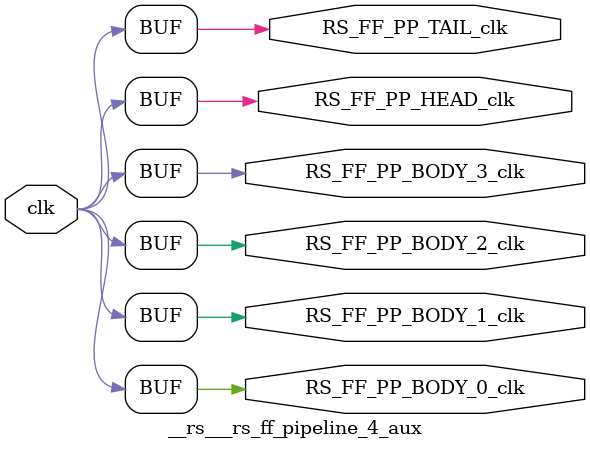
<source format=v>
`timescale 1 ns / 1 ps
module __rs___rs_ff_pipeline_4_aux #(
    parameter DATA_WIDTH      = 32,
    parameter HEAD_LEVEL      = 0,
    parameter BODY_LEVEL      = 4,
    parameter TAIL_LEVEL      = 0,
    parameter __HEAD_REGION   = "",
    parameter __BODY_0_REGION = "",
    parameter __BODY_1_REGION = "",
    parameter __BODY_2_REGION = "",
    parameter __BODY_3_REGION = "",
    parameter __TAIL_REGION   = ""
) (
    output wire RS_FF_PP_BODY_0_clk,
    output wire RS_FF_PP_BODY_1_clk,
    output wire RS_FF_PP_BODY_2_clk,
    output wire RS_FF_PP_BODY_3_clk,
    output wire RS_FF_PP_HEAD_clk,
    output wire RS_FF_PP_TAIL_clk,
    input wire  clk
);
  wire [DATA_WIDTH-1:0] body_dout_0;
  wire [DATA_WIDTH-1:0] body_dout_1;
  wire [DATA_WIDTH-1:0] body_dout_2;
  wire [DATA_WIDTH-1:0] body_dout_3;
  wire [DATA_WIDTH-1:0] body_dout_4;
  assign RS_FF_PP_HEAD_clk = clk;
  assign RS_FF_PP_BODY_0_clk = clk;
  assign RS_FF_PP_BODY_1_clk = clk;
  assign RS_FF_PP_BODY_2_clk = clk;
  assign RS_FF_PP_BODY_3_clk = clk;
  assign RS_FF_PP_TAIL_clk = clk;
endmodule
</source>
